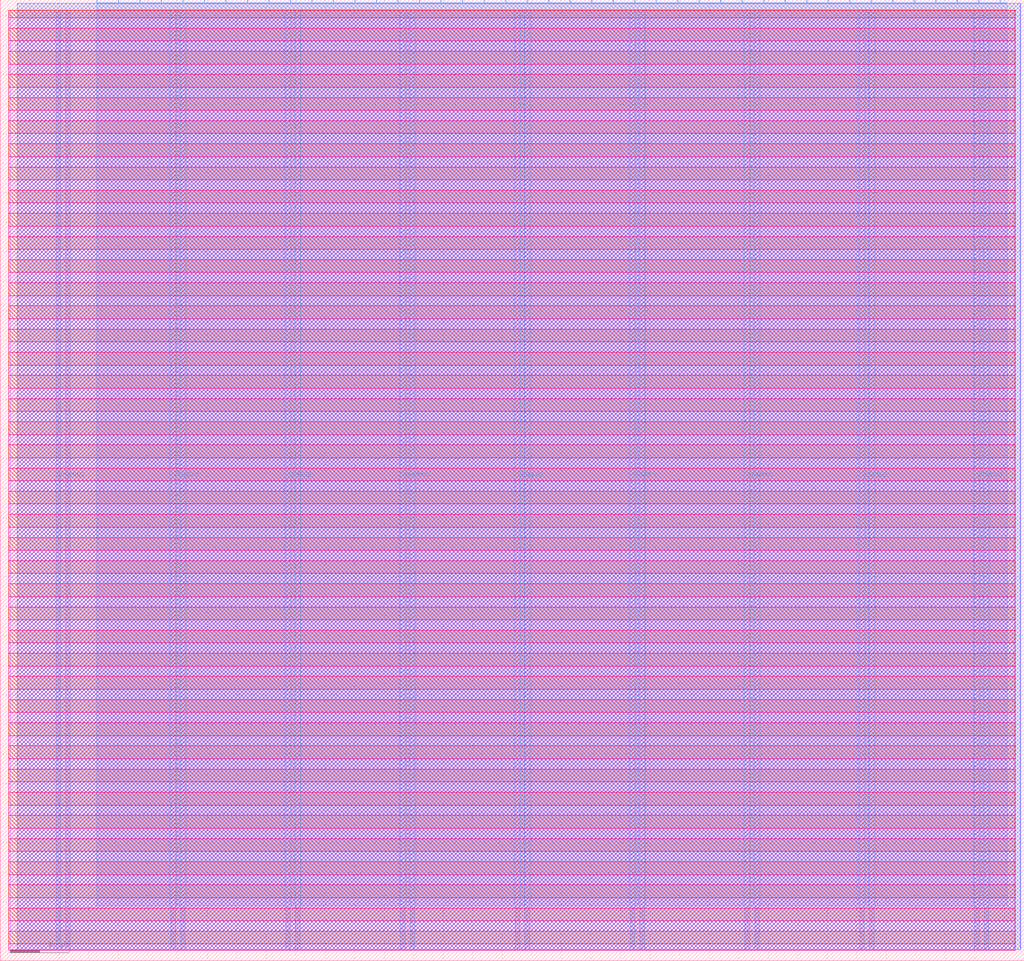
<source format=lef>
VERSION 5.7 ;
  NOWIREEXTENSIONATPIN ON ;
  DIVIDERCHAR "/" ;
  BUSBITCHARS "[]" ;
MACRO tt_um_essen
  CLASS BLOCK ;
  FOREIGN tt_um_essen ;
  ORIGIN 0.000 0.000 ;
  SIZE 346.640 BY 325.360 ;
  PIN VGND
    DIRECTION INOUT ;
    USE GROUND ;
    PORT
      LAYER Metal4 ;
        RECT 22.180 3.620 23.780 321.740 ;
    END
    PORT
      LAYER Metal4 ;
        RECT 61.050 3.620 62.650 321.740 ;
    END
    PORT
      LAYER Metal4 ;
        RECT 99.920 3.620 101.520 321.740 ;
    END
    PORT
      LAYER Metal4 ;
        RECT 138.790 3.620 140.390 321.740 ;
    END
    PORT
      LAYER Metal4 ;
        RECT 177.660 3.620 179.260 321.740 ;
    END
    PORT
      LAYER Metal4 ;
        RECT 216.530 3.620 218.130 321.740 ;
    END
    PORT
      LAYER Metal4 ;
        RECT 255.400 3.620 257.000 321.740 ;
    END
    PORT
      LAYER Metal4 ;
        RECT 294.270 3.620 295.870 321.740 ;
    END
    PORT
      LAYER Metal4 ;
        RECT 333.140 3.620 334.740 321.740 ;
    END
  END VGND
  PIN VPWR
    DIRECTION INOUT ;
    USE POWER ;
    PORT
      LAYER Metal4 ;
        RECT 18.880 3.620 20.480 321.740 ;
    END
    PORT
      LAYER Metal4 ;
        RECT 57.750 3.620 59.350 321.740 ;
    END
    PORT
      LAYER Metal4 ;
        RECT 96.620 3.620 98.220 321.740 ;
    END
    PORT
      LAYER Metal4 ;
        RECT 135.490 3.620 137.090 321.740 ;
    END
    PORT
      LAYER Metal4 ;
        RECT 174.360 3.620 175.960 321.740 ;
    END
    PORT
      LAYER Metal4 ;
        RECT 213.230 3.620 214.830 321.740 ;
    END
    PORT
      LAYER Metal4 ;
        RECT 252.100 3.620 253.700 321.740 ;
    END
    PORT
      LAYER Metal4 ;
        RECT 290.970 3.620 292.570 321.740 ;
    END
    PORT
      LAYER Metal4 ;
        RECT 329.840 3.620 331.440 321.740 ;
    END
  END VPWR
  PIN clk
    DIRECTION INPUT ;
    USE SIGNAL ;
    ANTENNAGATEAREA 4.738000 ;
    PORT
      LAYER Metal4 ;
        RECT 331.090 324.360 331.390 325.360 ;
    END
  END clk
  PIN ena
    DIRECTION INPUT ;
    USE SIGNAL ;
    ANTENNAGATEAREA 0.498500 ;
    PORT
      LAYER Metal4 ;
        RECT 338.370 324.360 338.670 325.360 ;
    END
  END ena
  PIN rst_n
    DIRECTION INPUT ;
    USE SIGNAL ;
    ANTENNAGATEAREA 1.183000 ;
    PORT
      LAYER Metal4 ;
        RECT 323.810 324.360 324.110 325.360 ;
    END
  END rst_n
  PIN ui_in[0]
    DIRECTION INPUT ;
    USE SIGNAL ;
    ANTENNAGATEAREA 4.738000 ;
    PORT
      LAYER Metal4 ;
        RECT 316.530 324.360 316.830 325.360 ;
    END
  END ui_in[0]
  PIN ui_in[1]
    DIRECTION INPUT ;
    USE SIGNAL ;
    ANTENNAGATEAREA 0.396000 ;
    PORT
      LAYER Metal4 ;
        RECT 309.250 324.360 309.550 325.360 ;
    END
  END ui_in[1]
  PIN ui_in[2]
    DIRECTION INPUT ;
    USE SIGNAL ;
    ANTENNAGATEAREA 0.396000 ;
    PORT
      LAYER Metal4 ;
        RECT 301.970 324.360 302.270 325.360 ;
    END
  END ui_in[2]
  PIN ui_in[3]
    DIRECTION INPUT ;
    USE SIGNAL ;
    ANTENNAGATEAREA 0.396000 ;
    PORT
      LAYER Metal4 ;
        RECT 294.690 324.360 294.990 325.360 ;
    END
  END ui_in[3]
  PIN ui_in[4]
    DIRECTION INPUT ;
    USE SIGNAL ;
    ANTENNAGATEAREA 0.396000 ;
    PORT
      LAYER Metal4 ;
        RECT 287.410 324.360 287.710 325.360 ;
    END
  END ui_in[4]
  PIN ui_in[5]
    DIRECTION INPUT ;
    USE SIGNAL ;
    ANTENNAGATEAREA 0.396000 ;
    PORT
      LAYER Metal4 ;
        RECT 280.130 324.360 280.430 325.360 ;
    END
  END ui_in[5]
  PIN ui_in[6]
    DIRECTION INPUT ;
    USE SIGNAL ;
    ANTENNAGATEAREA 0.396000 ;
    PORT
      LAYER Metal4 ;
        RECT 272.850 324.360 273.150 325.360 ;
    END
  END ui_in[6]
  PIN ui_in[7]
    DIRECTION INPUT ;
    USE SIGNAL ;
    ANTENNAGATEAREA 0.396000 ;
    PORT
      LAYER Metal4 ;
        RECT 265.570 324.360 265.870 325.360 ;
    END
  END ui_in[7]
  PIN uio_in[0]
    DIRECTION INPUT ;
    USE SIGNAL ;
    ANTENNAGATEAREA 0.396000 ;
    PORT
      LAYER Metal4 ;
        RECT 258.290 324.360 258.590 325.360 ;
    END
  END uio_in[0]
  PIN uio_in[1]
    DIRECTION INPUT ;
    USE SIGNAL ;
    ANTENNAGATEAREA 0.396000 ;
    PORT
      LAYER Metal4 ;
        RECT 251.010 324.360 251.310 325.360 ;
    END
  END uio_in[1]
  PIN uio_in[2]
    DIRECTION INPUT ;
    USE SIGNAL ;
    ANTENNAGATEAREA 0.396000 ;
    PORT
      LAYER Metal4 ;
        RECT 243.730 324.360 244.030 325.360 ;
    END
  END uio_in[2]
  PIN uio_in[3]
    DIRECTION INPUT ;
    USE SIGNAL ;
    ANTENNAGATEAREA 0.396000 ;
    PORT
      LAYER Metal4 ;
        RECT 236.450 324.360 236.750 325.360 ;
    END
  END uio_in[3]
  PIN uio_in[4]
    DIRECTION INPUT ;
    USE SIGNAL ;
    ANTENNAGATEAREA 0.498500 ;
    PORT
      LAYER Metal4 ;
        RECT 229.170 324.360 229.470 325.360 ;
    END
  END uio_in[4]
  PIN uio_in[5]
    DIRECTION INPUT ;
    USE SIGNAL ;
    ANTENNAGATEAREA 0.726000 ;
    PORT
      LAYER Metal4 ;
        RECT 221.890 324.360 222.190 325.360 ;
    END
  END uio_in[5]
  PIN uio_in[6]
    DIRECTION INPUT ;
    USE SIGNAL ;
    PORT
      LAYER Metal4 ;
        RECT 214.610 324.360 214.910 325.360 ;
    END
  END uio_in[6]
  PIN uio_in[7]
    DIRECTION INPUT ;
    USE SIGNAL ;
    PORT
      LAYER Metal4 ;
        RECT 207.330 324.360 207.630 325.360 ;
    END
  END uio_in[7]
  PIN uio_oe[0]
    DIRECTION OUTPUT ;
    USE SIGNAL ;
    ANTENNADIFFAREA 0.360800 ;
    PORT
      LAYER Metal4 ;
        RECT 83.570 324.360 83.870 325.360 ;
    END
  END uio_oe[0]
  PIN uio_oe[1]
    DIRECTION OUTPUT ;
    USE SIGNAL ;
    ANTENNADIFFAREA 0.360800 ;
    PORT
      LAYER Metal4 ;
        RECT 76.290 324.360 76.590 325.360 ;
    END
  END uio_oe[1]
  PIN uio_oe[2]
    DIRECTION OUTPUT ;
    USE SIGNAL ;
    ANTENNADIFFAREA 0.360800 ;
    PORT
      LAYER Metal4 ;
        RECT 69.010 324.360 69.310 325.360 ;
    END
  END uio_oe[2]
  PIN uio_oe[3]
    DIRECTION OUTPUT ;
    USE SIGNAL ;
    ANTENNADIFFAREA 0.360800 ;
    PORT
      LAYER Metal4 ;
        RECT 61.730 324.360 62.030 325.360 ;
    END
  END uio_oe[3]
  PIN uio_oe[4]
    DIRECTION OUTPUT ;
    USE SIGNAL ;
    ANTENNADIFFAREA 0.360800 ;
    PORT
      LAYER Metal4 ;
        RECT 54.450 324.360 54.750 325.360 ;
    END
  END uio_oe[4]
  PIN uio_oe[5]
    DIRECTION OUTPUT ;
    USE SIGNAL ;
    ANTENNADIFFAREA 0.360800 ;
    PORT
      LAYER Metal4 ;
        RECT 47.170 324.360 47.470 325.360 ;
    END
  END uio_oe[5]
  PIN uio_oe[6]
    DIRECTION OUTPUT ;
    USE SIGNAL ;
    ANTENNADIFFAREA 0.536800 ;
    PORT
      LAYER Metal4 ;
        RECT 39.890 324.360 40.190 325.360 ;
    END
  END uio_oe[6]
  PIN uio_oe[7]
    DIRECTION OUTPUT ;
    USE SIGNAL ;
    ANTENNADIFFAREA 0.536800 ;
    PORT
      LAYER Metal4 ;
        RECT 32.610 324.360 32.910 325.360 ;
    END
  END uio_oe[7]
  PIN uio_out[0]
    DIRECTION OUTPUT ;
    USE SIGNAL ;
    ANTENNADIFFAREA 0.360800 ;
    PORT
      LAYER Metal4 ;
        RECT 141.810 324.360 142.110 325.360 ;
    END
  END uio_out[0]
  PIN uio_out[1]
    DIRECTION OUTPUT ;
    USE SIGNAL ;
    ANTENNADIFFAREA 0.360800 ;
    PORT
      LAYER Metal4 ;
        RECT 134.530 324.360 134.830 325.360 ;
    END
  END uio_out[1]
  PIN uio_out[2]
    DIRECTION OUTPUT ;
    USE SIGNAL ;
    ANTENNADIFFAREA 0.360800 ;
    PORT
      LAYER Metal4 ;
        RECT 127.250 324.360 127.550 325.360 ;
    END
  END uio_out[2]
  PIN uio_out[3]
    DIRECTION OUTPUT ;
    USE SIGNAL ;
    ANTENNADIFFAREA 0.360800 ;
    PORT
      LAYER Metal4 ;
        RECT 119.970 324.360 120.270 325.360 ;
    END
  END uio_out[3]
  PIN uio_out[4]
    DIRECTION OUTPUT ;
    USE SIGNAL ;
    ANTENNADIFFAREA 0.360800 ;
    PORT
      LAYER Metal4 ;
        RECT 112.690 324.360 112.990 325.360 ;
    END
  END uio_out[4]
  PIN uio_out[5]
    DIRECTION OUTPUT ;
    USE SIGNAL ;
    ANTENNADIFFAREA 0.360800 ;
    PORT
      LAYER Metal4 ;
        RECT 105.410 324.360 105.710 325.360 ;
    END
  END uio_out[5]
  PIN uio_out[6]
    DIRECTION OUTPUT ;
    USE SIGNAL ;
    ANTENNADIFFAREA 1.986000 ;
    PORT
      LAYER Metal4 ;
        RECT 98.130 324.360 98.430 325.360 ;
    END
  END uio_out[6]
  PIN uio_out[7]
    DIRECTION OUTPUT ;
    USE SIGNAL ;
    ANTENNADIFFAREA 1.986000 ;
    PORT
      LAYER Metal4 ;
        RECT 90.850 324.360 91.150 325.360 ;
    END
  END uio_out[7]
  PIN uo_out[0]
    DIRECTION OUTPUT ;
    USE SIGNAL ;
    ANTENNADIFFAREA 1.986000 ;
    PORT
      LAYER Metal4 ;
        RECT 200.050 324.360 200.350 325.360 ;
    END
  END uo_out[0]
  PIN uo_out[1]
    DIRECTION OUTPUT ;
    USE SIGNAL ;
    ANTENNADIFFAREA 1.986000 ;
    PORT
      LAYER Metal4 ;
        RECT 192.770 324.360 193.070 325.360 ;
    END
  END uo_out[1]
  PIN uo_out[2]
    DIRECTION OUTPUT ;
    USE SIGNAL ;
    ANTENNADIFFAREA 1.986000 ;
    PORT
      LAYER Metal4 ;
        RECT 185.490 324.360 185.790 325.360 ;
    END
  END uo_out[2]
  PIN uo_out[3]
    DIRECTION OUTPUT ;
    USE SIGNAL ;
    ANTENNADIFFAREA 1.986000 ;
    PORT
      LAYER Metal4 ;
        RECT 178.210 324.360 178.510 325.360 ;
    END
  END uo_out[3]
  PIN uo_out[4]
    DIRECTION OUTPUT ;
    USE SIGNAL ;
    ANTENNADIFFAREA 1.986000 ;
    PORT
      LAYER Metal4 ;
        RECT 170.930 324.360 171.230 325.360 ;
    END
  END uo_out[4]
  PIN uo_out[5]
    DIRECTION OUTPUT ;
    USE SIGNAL ;
    ANTENNADIFFAREA 1.986000 ;
    PORT
      LAYER Metal4 ;
        RECT 163.650 324.360 163.950 325.360 ;
    END
  END uo_out[5]
  PIN uo_out[6]
    DIRECTION OUTPUT ;
    USE SIGNAL ;
    ANTENNADIFFAREA 1.986000 ;
    PORT
      LAYER Metal4 ;
        RECT 156.370 324.360 156.670 325.360 ;
    END
  END uo_out[6]
  PIN uo_out[7]
    DIRECTION OUTPUT ;
    USE SIGNAL ;
    ANTENNADIFFAREA 1.986000 ;
    PORT
      LAYER Metal4 ;
        RECT 149.090 324.360 149.390 325.360 ;
    END
  END uo_out[7]
  OBS
      LAYER Nwell ;
        RECT 2.930 319.280 343.710 321.870 ;
      LAYER Pwell ;
        RECT 2.930 315.760 343.710 319.280 ;
      LAYER Nwell ;
        RECT 2.930 311.440 343.710 315.760 ;
      LAYER Pwell ;
        RECT 2.930 307.920 343.710 311.440 ;
      LAYER Nwell ;
        RECT 2.930 303.600 343.710 307.920 ;
      LAYER Pwell ;
        RECT 2.930 300.080 343.710 303.600 ;
      LAYER Nwell ;
        RECT 2.930 295.760 343.710 300.080 ;
      LAYER Pwell ;
        RECT 2.930 292.240 343.710 295.760 ;
      LAYER Nwell ;
        RECT 2.930 287.920 343.710 292.240 ;
      LAYER Pwell ;
        RECT 2.930 284.400 343.710 287.920 ;
      LAYER Nwell ;
        RECT 2.930 280.080 343.710 284.400 ;
      LAYER Pwell ;
        RECT 2.930 276.560 343.710 280.080 ;
      LAYER Nwell ;
        RECT 2.930 272.240 343.710 276.560 ;
      LAYER Pwell ;
        RECT 2.930 268.720 343.710 272.240 ;
      LAYER Nwell ;
        RECT 2.930 264.400 343.710 268.720 ;
      LAYER Pwell ;
        RECT 2.930 260.880 343.710 264.400 ;
      LAYER Nwell ;
        RECT 2.930 256.560 343.710 260.880 ;
      LAYER Pwell ;
        RECT 2.930 253.040 343.710 256.560 ;
      LAYER Nwell ;
        RECT 2.930 248.720 343.710 253.040 ;
      LAYER Pwell ;
        RECT 2.930 245.200 343.710 248.720 ;
      LAYER Nwell ;
        RECT 2.930 240.880 343.710 245.200 ;
      LAYER Pwell ;
        RECT 2.930 237.360 343.710 240.880 ;
      LAYER Nwell ;
        RECT 2.930 233.040 343.710 237.360 ;
      LAYER Pwell ;
        RECT 2.930 229.520 343.710 233.040 ;
      LAYER Nwell ;
        RECT 2.930 225.200 343.710 229.520 ;
      LAYER Pwell ;
        RECT 2.930 221.680 343.710 225.200 ;
      LAYER Nwell ;
        RECT 2.930 217.360 343.710 221.680 ;
      LAYER Pwell ;
        RECT 2.930 213.840 343.710 217.360 ;
      LAYER Nwell ;
        RECT 2.930 209.520 343.710 213.840 ;
      LAYER Pwell ;
        RECT 2.930 206.000 343.710 209.520 ;
      LAYER Nwell ;
        RECT 2.930 201.680 343.710 206.000 ;
      LAYER Pwell ;
        RECT 2.930 198.160 343.710 201.680 ;
      LAYER Nwell ;
        RECT 2.930 193.840 343.710 198.160 ;
      LAYER Pwell ;
        RECT 2.930 190.320 343.710 193.840 ;
      LAYER Nwell ;
        RECT 2.930 186.000 343.710 190.320 ;
      LAYER Pwell ;
        RECT 2.930 182.480 343.710 186.000 ;
      LAYER Nwell ;
        RECT 2.930 178.160 343.710 182.480 ;
      LAYER Pwell ;
        RECT 2.930 174.640 343.710 178.160 ;
      LAYER Nwell ;
        RECT 2.930 170.320 343.710 174.640 ;
      LAYER Pwell ;
        RECT 2.930 166.800 343.710 170.320 ;
      LAYER Nwell ;
        RECT 2.930 162.480 343.710 166.800 ;
      LAYER Pwell ;
        RECT 2.930 158.960 343.710 162.480 ;
      LAYER Nwell ;
        RECT 2.930 154.640 343.710 158.960 ;
      LAYER Pwell ;
        RECT 2.930 151.120 343.710 154.640 ;
      LAYER Nwell ;
        RECT 2.930 146.800 343.710 151.120 ;
      LAYER Pwell ;
        RECT 2.930 143.280 343.710 146.800 ;
      LAYER Nwell ;
        RECT 2.930 138.960 343.710 143.280 ;
      LAYER Pwell ;
        RECT 2.930 135.440 343.710 138.960 ;
      LAYER Nwell ;
        RECT 2.930 131.120 343.710 135.440 ;
      LAYER Pwell ;
        RECT 2.930 127.600 343.710 131.120 ;
      LAYER Nwell ;
        RECT 2.930 123.280 343.710 127.600 ;
      LAYER Pwell ;
        RECT 2.930 119.760 343.710 123.280 ;
      LAYER Nwell ;
        RECT 2.930 115.440 343.710 119.760 ;
      LAYER Pwell ;
        RECT 2.930 111.920 343.710 115.440 ;
      LAYER Nwell ;
        RECT 2.930 107.600 343.710 111.920 ;
      LAYER Pwell ;
        RECT 2.930 104.080 343.710 107.600 ;
      LAYER Nwell ;
        RECT 2.930 99.760 343.710 104.080 ;
      LAYER Pwell ;
        RECT 2.930 96.240 343.710 99.760 ;
      LAYER Nwell ;
        RECT 2.930 91.920 343.710 96.240 ;
      LAYER Pwell ;
        RECT 2.930 88.400 343.710 91.920 ;
      LAYER Nwell ;
        RECT 2.930 84.080 343.710 88.400 ;
      LAYER Pwell ;
        RECT 2.930 80.560 343.710 84.080 ;
      LAYER Nwell ;
        RECT 2.930 76.240 343.710 80.560 ;
      LAYER Pwell ;
        RECT 2.930 72.720 343.710 76.240 ;
      LAYER Nwell ;
        RECT 2.930 68.400 343.710 72.720 ;
      LAYER Pwell ;
        RECT 2.930 64.880 343.710 68.400 ;
      LAYER Nwell ;
        RECT 2.930 60.560 343.710 64.880 ;
      LAYER Pwell ;
        RECT 2.930 57.040 343.710 60.560 ;
      LAYER Nwell ;
        RECT 2.930 52.720 343.710 57.040 ;
      LAYER Pwell ;
        RECT 2.930 49.200 343.710 52.720 ;
      LAYER Nwell ;
        RECT 2.930 44.880 343.710 49.200 ;
      LAYER Pwell ;
        RECT 2.930 41.360 343.710 44.880 ;
      LAYER Nwell ;
        RECT 2.930 37.040 343.710 41.360 ;
      LAYER Pwell ;
        RECT 2.930 33.520 343.710 37.040 ;
      LAYER Nwell ;
        RECT 2.930 29.200 343.710 33.520 ;
      LAYER Pwell ;
        RECT 2.930 25.680 343.710 29.200 ;
      LAYER Nwell ;
        RECT 2.930 21.360 343.710 25.680 ;
      LAYER Pwell ;
        RECT 2.930 17.840 343.710 21.360 ;
      LAYER Nwell ;
        RECT 2.930 13.520 343.710 17.840 ;
      LAYER Pwell ;
        RECT 2.930 10.000 343.710 13.520 ;
      LAYER Nwell ;
        RECT 2.930 5.680 343.710 10.000 ;
      LAYER Pwell ;
        RECT 2.930 3.490 343.710 5.680 ;
      LAYER Metal1 ;
        RECT 3.360 3.620 343.280 321.740 ;
      LAYER Metal2 ;
        RECT 5.740 3.730 345.380 324.150 ;
      LAYER Metal3 ;
        RECT 5.690 3.780 345.430 324.100 ;
      LAYER Metal4 ;
        RECT 33.210 324.060 39.590 324.360 ;
        RECT 40.490 324.060 46.870 324.360 ;
        RECT 47.770 324.060 54.150 324.360 ;
        RECT 55.050 324.060 61.430 324.360 ;
        RECT 62.330 324.060 68.710 324.360 ;
        RECT 69.610 324.060 75.990 324.360 ;
        RECT 76.890 324.060 83.270 324.360 ;
        RECT 84.170 324.060 90.550 324.360 ;
        RECT 91.450 324.060 97.830 324.360 ;
        RECT 98.730 324.060 105.110 324.360 ;
        RECT 106.010 324.060 112.390 324.360 ;
        RECT 113.290 324.060 119.670 324.360 ;
        RECT 120.570 324.060 126.950 324.360 ;
        RECT 127.850 324.060 134.230 324.360 ;
        RECT 135.130 324.060 141.510 324.360 ;
        RECT 142.410 324.060 148.790 324.360 ;
        RECT 149.690 324.060 156.070 324.360 ;
        RECT 156.970 324.060 163.350 324.360 ;
        RECT 164.250 324.060 170.630 324.360 ;
        RECT 171.530 324.060 177.910 324.360 ;
        RECT 178.810 324.060 185.190 324.360 ;
        RECT 186.090 324.060 192.470 324.360 ;
        RECT 193.370 324.060 199.750 324.360 ;
        RECT 200.650 324.060 207.030 324.360 ;
        RECT 207.930 324.060 214.310 324.360 ;
        RECT 215.210 324.060 221.590 324.360 ;
        RECT 222.490 324.060 228.870 324.360 ;
        RECT 229.770 324.060 236.150 324.360 ;
        RECT 237.050 324.060 243.430 324.360 ;
        RECT 244.330 324.060 250.710 324.360 ;
        RECT 251.610 324.060 257.990 324.360 ;
        RECT 258.890 324.060 265.270 324.360 ;
        RECT 266.170 324.060 272.550 324.360 ;
        RECT 273.450 324.060 279.830 324.360 ;
        RECT 280.730 324.060 287.110 324.360 ;
        RECT 288.010 324.060 294.390 324.360 ;
        RECT 295.290 324.060 301.670 324.360 ;
        RECT 302.570 324.060 308.950 324.360 ;
        RECT 309.850 324.060 316.230 324.360 ;
        RECT 317.130 324.060 323.510 324.360 ;
        RECT 324.410 324.060 330.790 324.360 ;
        RECT 331.690 324.060 338.070 324.360 ;
        RECT 338.970 324.060 340.900 324.360 ;
        RECT 32.620 322.040 340.900 324.060 ;
        RECT 32.620 18.570 57.450 322.040 ;
        RECT 59.650 18.570 60.750 322.040 ;
        RECT 62.950 18.570 96.320 322.040 ;
        RECT 98.520 18.570 99.620 322.040 ;
        RECT 101.820 18.570 135.190 322.040 ;
        RECT 137.390 18.570 138.490 322.040 ;
        RECT 140.690 18.570 174.060 322.040 ;
        RECT 176.260 18.570 177.360 322.040 ;
        RECT 179.560 18.570 212.930 322.040 ;
        RECT 215.130 18.570 216.230 322.040 ;
        RECT 218.430 18.570 251.800 322.040 ;
        RECT 254.000 18.570 255.100 322.040 ;
        RECT 257.300 18.570 290.670 322.040 ;
        RECT 292.870 18.570 293.970 322.040 ;
        RECT 296.170 18.570 329.540 322.040 ;
        RECT 331.740 18.570 332.840 322.040 ;
        RECT 335.040 18.570 340.900 322.040 ;
  END
END tt_um_essen
END LIBRARY


</source>
